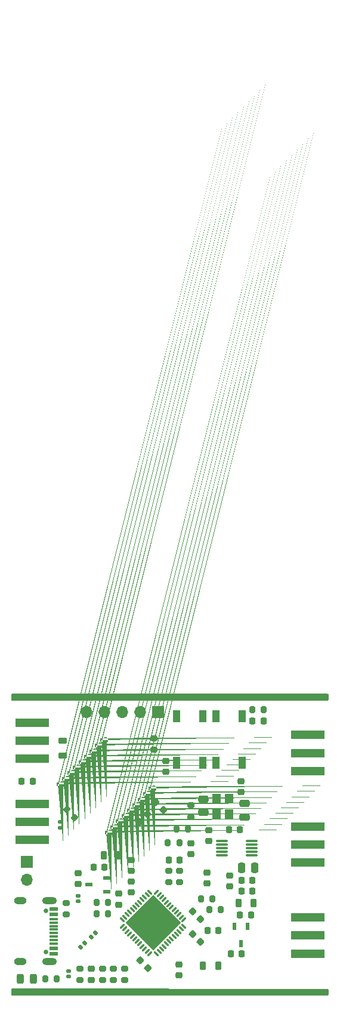
<source format=gbr>
%TF.GenerationSoftware,KiCad,Pcbnew,8.0.6*%
%TF.CreationDate,2024-11-09T22:42:30+08:00*%
%TF.ProjectId,usb_si5351_gpsdo,7573625f-7369-4353-9335-315f67707364,rev?*%
%TF.SameCoordinates,Original*%
%TF.FileFunction,Soldermask,Top*%
%TF.FilePolarity,Negative*%
%FSLAX46Y46*%
G04 Gerber Fmt 4.6, Leading zero omitted, Abs format (unit mm)*
G04 Created by KiCad (PCBNEW 8.0.6) date 2024-11-09 22:42:30*
%MOMM*%
%LPD*%
G01*
G04 APERTURE LIST*
G04 Aperture macros list*
%AMRoundRect*
0 Rectangle with rounded corners*
0 $1 Rounding radius*
0 $2 $3 $4 $5 $6 $7 $8 $9 X,Y pos of 4 corners*
0 Add a 4 corners polygon primitive as box body*
4,1,4,$2,$3,$4,$5,$6,$7,$8,$9,$2,$3,0*
0 Add four circle primitives for the rounded corners*
1,1,$1+$1,$2,$3*
1,1,$1+$1,$4,$5*
1,1,$1+$1,$6,$7*
1,1,$1+$1,$8,$9*
0 Add four rect primitives between the rounded corners*
20,1,$1+$1,$2,$3,$4,$5,0*
20,1,$1+$1,$4,$5,$6,$7,0*
20,1,$1+$1,$6,$7,$8,$9,0*
20,1,$1+$1,$8,$9,$2,$3,0*%
%AMRotRect*
0 Rectangle, with rotation*
0 The origin of the aperture is its center*
0 $1 length*
0 $2 width*
0 $3 Rotation angle, in degrees counterclockwise*
0 Add horizontal line*
21,1,$1,$2,0,0,$3*%
%AMFreePoly0*
4,1,119,0.522361,0.454721,0.531803,0.450001,0.570000,0.450000,0.585811,0.447435,0.608113,0.440000,0.620000,0.440000,0.635811,0.437434,0.665811,0.427434,0.672361,0.424721,0.712361,0.404721,0.725355,0.395355,0.739617,0.381093,0.752361,0.374721,0.765355,0.365355,0.779617,0.351093,0.792361,0.344721,0.805355,0.335355,0.845355,0.295355,0.854721,0.282360,0.861093,0.269617,
0.875355,0.255355,0.884721,0.242361,0.904721,0.202361,0.907434,0.195811,0.916310,0.169182,0.924721,0.152361,0.927434,0.145811,0.937434,0.115811,0.940000,0.100000,0.940000,0.068113,0.947434,0.045811,0.950000,0.030000,0.950000,-0.020001,0.947434,-0.035811,0.939999,-0.058113,0.940000,-0.090000,0.937434,-0.105811,0.927434,-0.135811,0.924721,-0.142361,0.916310,-0.159182,
0.907434,-0.185811,0.904721,-0.192361,0.884721,-0.232361,0.875355,-0.245355,0.861093,-0.259617,0.854721,-0.272361,0.845355,-0.285355,0.805355,-0.325355,0.792361,-0.334721,0.779617,-0.341093,0.765355,-0.355355,0.752361,-0.364721,0.739617,-0.371093,0.725355,-0.385356,0.712361,-0.394721,0.672361,-0.414721,0.665811,-0.417434,0.635811,-0.427434,0.620000,-0.430000,0.608113,-0.430000,
0.585810,-0.437434,0.570000,-0.440000,-0.580000,-0.440000,-0.602361,-0.434721,-0.611803,-0.430000,-0.630000,-0.430000,-0.652361,-0.424721,-0.712361,-0.394721,-0.717735,-0.391603,-0.745149,-0.373327,-0.762361,-0.364721,-0.775355,-0.355355,-0.789617,-0.341093,-0.802360,-0.334721,-0.824721,-0.312361,-0.831093,-0.299617,-0.865355,-0.265355,-0.874721,-0.252361,-0.904721,-0.192361,-0.907434,-0.185811,
-0.916310,-0.159182,-0.924721,-0.142361,-0.927434,-0.135811,-0.937434,-0.105811,-0.940000,-0.090000,-0.940000,-0.081803,-0.944722,-0.072361,-0.950000,-0.050000,-0.950000,0.060000,-0.944722,0.082361,-0.940000,0.091803,-0.940000,0.100000,-0.937434,0.115811,-0.927434,0.145811,-0.924721,0.152361,-0.916310,0.169182,-0.907434,0.195811,-0.904721,0.202361,-0.874721,0.262361,-0.865355,0.275355,
-0.831093,0.309617,-0.824721,0.322361,-0.802360,0.344721,-0.789617,0.351093,-0.775355,0.365355,-0.762361,0.374721,-0.745149,0.383327,-0.717735,0.401603,-0.712361,0.404721,-0.652361,0.434721,-0.630000,0.440000,-0.611803,0.440000,-0.602361,0.444721,-0.580000,0.450000,-0.538113,0.450000,-0.515811,0.457434,-0.500000,0.460001,0.500000,0.460001,0.522361,0.454721,0.522361,0.454721,
$1*%
G04 Aperture macros list end*
%ADD10RoundRect,0.200000X0.275000X-0.200000X0.275000X0.200000X-0.275000X0.200000X-0.275000X-0.200000X0*%
%ADD11RoundRect,0.225000X-0.225000X-0.250000X0.225000X-0.250000X0.225000X0.250000X-0.225000X0.250000X0*%
%ADD12RoundRect,0.225000X-0.335876X-0.017678X-0.017678X-0.335876X0.335876X0.017678X0.017678X0.335876X0*%
%ADD13RoundRect,0.218750X0.218750X0.381250X-0.218750X0.381250X-0.218750X-0.381250X0.218750X-0.381250X0*%
%ADD14RoundRect,0.225000X0.017678X-0.335876X0.335876X-0.017678X-0.017678X0.335876X-0.335876X0.017678X0*%
%ADD15RoundRect,0.250000X-0.250000X-0.475000X0.250000X-0.475000X0.250000X0.475000X-0.250000X0.475000X0*%
%ADD16RoundRect,0.218750X0.381250X-0.218750X0.381250X0.218750X-0.381250X0.218750X-0.381250X-0.218750X0*%
%ADD17R,1.200000X1.400000*%
%ADD18RoundRect,0.225000X0.250000X-0.225000X0.250000X0.225000X-0.250000X0.225000X-0.250000X-0.225000X0*%
%ADD19R,4.800000X1.200000*%
%ADD20RoundRect,0.125000X-0.225000X0.125000X-0.225000X-0.125000X0.225000X-0.125000X0.225000X0.125000X0*%
%ADD21RoundRect,0.200000X-0.275000X0.200000X-0.275000X-0.200000X0.275000X-0.200000X0.275000X0.200000X0*%
%ADD22C,0.650000*%
%ADD23R,1.150000X0.600000*%
%ADD24R,1.150000X0.300000*%
%ADD25O,2.100000X1.000000*%
%ADD26O,1.800000X1.000000*%
%ADD27RoundRect,0.225000X-0.250000X0.225000X-0.250000X-0.225000X0.250000X-0.225000X0.250000X0.225000X0*%
%ADD28FreePoly0,135.000000*%
%ADD29RoundRect,0.200000X0.200000X0.275000X-0.200000X0.275000X-0.200000X-0.275000X0.200000X-0.275000X0*%
%ADD30R,1.000000X1.700000*%
%ADD31RoundRect,0.250000X0.475000X-0.250000X0.475000X0.250000X-0.475000X0.250000X-0.475000X-0.250000X0*%
%ADD32RoundRect,0.218750X-0.218750X-0.256250X0.218750X-0.256250X0.218750X0.256250X-0.218750X0.256250X0*%
%ADD33R,0.600000X1.070000*%
%ADD34RoundRect,0.200000X-0.200000X-0.275000X0.200000X-0.275000X0.200000X0.275000X-0.200000X0.275000X0*%
%ADD35RoundRect,0.225000X0.225000X0.250000X-0.225000X0.250000X-0.225000X-0.250000X0.225000X-0.250000X0*%
%ADD36R,1.700000X1.700000*%
%ADD37O,1.700000X1.700000*%
%ADD38RoundRect,0.125000X-0.070711X0.247487X-0.247487X0.070711X0.070711X-0.247487X0.247487X-0.070711X0*%
%ADD39RoundRect,0.200000X-0.335876X-0.053033X-0.053033X-0.335876X0.335876X0.053033X0.053033X0.335876X0*%
%ADD40RoundRect,0.125000X0.070711X-0.247487X0.247487X-0.070711X-0.070711X0.247487X-0.247487X0.070711X0*%
%ADD41RoundRect,0.062500X0.220971X0.309359X-0.309359X-0.220971X-0.220971X-0.309359X0.309359X0.220971X0*%
%ADD42RoundRect,0.062500X-0.220971X0.309359X-0.309359X0.220971X0.220971X-0.309359X0.309359X-0.220971X0*%
%ADD43RotRect,5.600000X5.600000X225.000000*%
%ADD44RoundRect,0.087500X-0.725000X-0.087500X0.725000X-0.087500X0.725000X0.087500X-0.725000X0.087500X0*%
%ADD45R,1.070000X0.600000*%
%ADD46RoundRect,0.243750X-0.243750X-0.456250X0.243750X-0.456250X0.243750X0.456250X-0.243750X0.456250X0*%
%ADD47RoundRect,0.250000X-0.475000X0.250000X-0.475000X-0.250000X0.475000X-0.250000X0.475000X0.250000X0*%
G04 APERTURE END LIST*
D10*
%TO.C,R17*%
X156075000Y-120225000D03*
X156075000Y-118575000D03*
%TD*%
D11*
%TO.C,C27*%
X167800000Y-113200000D03*
X169350000Y-113200000D03*
%TD*%
D12*
%TO.C,C9*%
X165701992Y-110451992D03*
X166798008Y-111548008D03*
%TD*%
D13*
%TO.C,FB3*%
X169325000Y-118200000D03*
X167200000Y-118200000D03*
%TD*%
D14*
%TO.C,C12*%
X158151992Y-97748008D03*
X159248008Y-96651992D03*
%TD*%
D15*
%TO.C,C23*%
X172650000Y-104300000D03*
X174550000Y-104300000D03*
%TD*%
D16*
%TO.C,L1*%
X147250000Y-88362500D03*
X147250000Y-86237500D03*
%TD*%
D11*
%TO.C,C15*%
X170850000Y-98900000D03*
X172400000Y-98900000D03*
%TD*%
D10*
%TO.C,R7*%
X162300000Y-106325000D03*
X162300000Y-104675000D03*
%TD*%
D17*
%TO.C,X1*%
X169120000Y-94500000D03*
X169120000Y-96700000D03*
X170880000Y-96700000D03*
X170880000Y-94500000D03*
%TD*%
D18*
%TO.C,C8*%
X157000000Y-107775000D03*
X157000000Y-106225000D03*
%TD*%
D19*
%TO.C,J8*%
X142912500Y-97800000D03*
X142912500Y-100350000D03*
X142912500Y-95250000D03*
%TD*%
D18*
%TO.C,C3*%
X149500000Y-106600000D03*
X149500000Y-105050000D03*
%TD*%
D10*
%TO.C,R18*%
X163850000Y-106325000D03*
X163850000Y-104675000D03*
%TD*%
D20*
%TO.C,D3*%
X149500000Y-108250000D03*
X149500000Y-109050000D03*
%TD*%
D18*
%TO.C,C6*%
X157000000Y-104750000D03*
X157000000Y-103200000D03*
%TD*%
D21*
%TO.C,R13*%
X152900000Y-118575000D03*
X152900000Y-120225000D03*
%TD*%
D12*
%TO.C,C10*%
X165701992Y-113701992D03*
X166798008Y-114798008D03*
%TD*%
D10*
%TO.C,R10*%
X165500000Y-97075000D03*
X165500000Y-95425000D03*
%TD*%
D22*
%TO.C,J5*%
X144885000Y-110410000D03*
X144885000Y-116190000D03*
D23*
X145955000Y-110100000D03*
X145955000Y-110900000D03*
D24*
X145955000Y-112050000D03*
X145955000Y-113050000D03*
X145955000Y-113550000D03*
X145955000Y-111550000D03*
D23*
X145955000Y-116500000D03*
X145955000Y-115700000D03*
D24*
X145955000Y-115050000D03*
X145955000Y-114050000D03*
X145955000Y-112550000D03*
X145955000Y-114550000D03*
D25*
X145385000Y-108980000D03*
D26*
X141235000Y-108980000D03*
D25*
X145385000Y-117620000D03*
D26*
X141235000Y-117620000D03*
%TD*%
D11*
%TO.C,C28*%
X172650000Y-106093333D03*
X174200000Y-106093333D03*
%TD*%
%TO.C,C14*%
X172450000Y-111000000D03*
X174000000Y-111000000D03*
%TD*%
D27*
%TO.C,C21*%
X165500000Y-100825000D03*
X165500000Y-102375000D03*
%TD*%
D10*
%TO.C,R2*%
X149700000Y-120225000D03*
X149700000Y-118575000D03*
%TD*%
D28*
%TO.C,CN1*%
X153442031Y-99275841D03*
X154219849Y-98498023D03*
X154997666Y-97720206D03*
X155775483Y-96942388D03*
X156553301Y-96164571D03*
X157331118Y-95386753D03*
X158108936Y-94608936D03*
X158886753Y-93831119D03*
X159664571Y-93053301D03*
X152805635Y-86194365D03*
X152027817Y-86972183D03*
X151250000Y-87750000D03*
X150472183Y-88527818D03*
X149694365Y-89305635D03*
X148916548Y-90083453D03*
X148138730Y-90861270D03*
X147360913Y-91639087D03*
X146583095Y-92416905D03*
%TD*%
D29*
%TO.C,R6*%
X169725000Y-110200000D03*
X168075000Y-110200000D03*
%TD*%
D19*
%TO.C,J2*%
X182087500Y-88000000D03*
X182087500Y-85450000D03*
X182087500Y-90550000D03*
%TD*%
D10*
%TO.C,R14*%
X154500000Y-120225000D03*
X154500000Y-118575000D03*
%TD*%
D30*
%TO.C,SW2*%
X172750000Y-82800000D03*
X172750000Y-89400000D03*
X169050000Y-82800000D03*
X169050000Y-89400000D03*
%TD*%
D31*
%TO.C,C24*%
X173071306Y-97079884D03*
X173071306Y-95179884D03*
%TD*%
D32*
%TO.C,D7*%
X141425000Y-92000000D03*
X143000000Y-92000000D03*
%TD*%
D33*
%TO.C,U4*%
X173550000Y-112560000D03*
X171650000Y-112560000D03*
X172600000Y-115040000D03*
%TD*%
D34*
%TO.C,R4*%
X174175000Y-81899000D03*
X175825000Y-81899000D03*
%TD*%
D27*
%TO.C,C29*%
X171000000Y-105400000D03*
X171000000Y-106950000D03*
%TD*%
D35*
%TO.C,C5*%
X153200000Y-104200000D03*
X151650000Y-104200000D03*
%TD*%
D27*
%TO.C,C2*%
X151300000Y-118625000D03*
X151300000Y-120175000D03*
%TD*%
%TO.C,C25*%
X161900000Y-89125000D03*
X161900000Y-90675000D03*
%TD*%
D19*
%TO.C,J1*%
X142912500Y-86250000D03*
X142912500Y-88800000D03*
X142912500Y-83700000D03*
%TD*%
D12*
%TO.C,C13*%
X160500000Y-95000000D03*
X161596016Y-96096016D03*
%TD*%
D13*
%TO.C,FB2*%
X174356867Y-109300000D03*
X172231867Y-109300000D03*
%TD*%
D36*
%TO.C,J7*%
X160800000Y-82200000D03*
D37*
X158260000Y-82200000D03*
X155720000Y-82200000D03*
X153180000Y-82200000D03*
X150640000Y-82200000D03*
%TD*%
D11*
%TO.C,C26*%
X174225000Y-83500000D03*
X175775000Y-83500000D03*
%TD*%
D21*
%TO.C,R1*%
X147800000Y-109275000D03*
X147800000Y-110925000D03*
%TD*%
D11*
%TO.C,C16*%
X172625000Y-107636666D03*
X174175000Y-107636666D03*
%TD*%
D34*
%TO.C,R12*%
X152075000Y-110800000D03*
X153725000Y-110800000D03*
%TD*%
D27*
%TO.C,C17*%
X172600000Y-92025000D03*
X172600000Y-93575000D03*
%TD*%
D36*
%TO.C,J6*%
X142200000Y-103425000D03*
D37*
X142200000Y-105965000D03*
%TD*%
D18*
%TO.C,C7*%
X155250000Y-109525000D03*
X155250000Y-107975000D03*
%TD*%
D34*
%TO.C,R11*%
X152050000Y-109200000D03*
X153700000Y-109200000D03*
%TD*%
D18*
%TO.C,C19*%
X167750000Y-106525000D03*
X167750000Y-104975000D03*
%TD*%
D12*
%TO.C,C11*%
X158251992Y-117451992D03*
X159348008Y-118548008D03*
%TD*%
D20*
%TO.C,D4*%
X148100000Y-118900000D03*
X148100000Y-119700000D03*
%TD*%
D38*
%TO.C,D1*%
X150400000Y-115000000D03*
X149834314Y-115565686D03*
%TD*%
D19*
%TO.C,J4*%
X182087500Y-113900000D03*
X182087500Y-111350000D03*
X182087500Y-116450000D03*
%TD*%
D21*
%TO.C,R3*%
X160200000Y-85900000D03*
X160200000Y-87550000D03*
%TD*%
D20*
%TO.C,D5*%
X146900000Y-97800000D03*
X146900000Y-98600000D03*
%TD*%
D11*
%TO.C,C20*%
X162325000Y-103200000D03*
X163875000Y-103200000D03*
%TD*%
D39*
%TO.C,R16*%
X147816637Y-96016637D03*
X148983363Y-97183363D03*
%TD*%
D35*
%TO.C,C4*%
X172700000Y-116500000D03*
X171150000Y-116500000D03*
%TD*%
D34*
%TO.C,R8*%
X162175000Y-100750000D03*
X163825000Y-100750000D03*
%TD*%
D40*
%TO.C,D2*%
X151317157Y-114100000D03*
X151882843Y-113534314D03*
%TD*%
D19*
%TO.C,J3*%
X182087500Y-101000000D03*
X182087500Y-98450000D03*
X182087500Y-103550000D03*
%TD*%
D41*
%TO.C,U1*%
X164474874Y-111639087D03*
X164121321Y-111285534D03*
X163767767Y-110931980D03*
X163414214Y-110578427D03*
X163060661Y-110224874D03*
X162707107Y-109871320D03*
X162353554Y-109517767D03*
X162000000Y-109164213D03*
X161646447Y-108810660D03*
X161292894Y-108457107D03*
X160939340Y-108103553D03*
X160585787Y-107750000D03*
D42*
X159613515Y-107750000D03*
X159259962Y-108103553D03*
X158906408Y-108457107D03*
X158552855Y-108810660D03*
X158199302Y-109164213D03*
X157845748Y-109517767D03*
X157492195Y-109871320D03*
X157138641Y-110224874D03*
X156785088Y-110578427D03*
X156431535Y-110931980D03*
X156077981Y-111285534D03*
X155724428Y-111639087D03*
D41*
X155724428Y-112611359D03*
X156077981Y-112964912D03*
X156431535Y-113318466D03*
X156785088Y-113672019D03*
X157138641Y-114025572D03*
X157492195Y-114379126D03*
X157845748Y-114732679D03*
X158199302Y-115086233D03*
X158552855Y-115439786D03*
X158906408Y-115793339D03*
X159259962Y-116146893D03*
X159613515Y-116500446D03*
D42*
X160585787Y-116500446D03*
X160939340Y-116146893D03*
X161292894Y-115793339D03*
X161646447Y-115439786D03*
X162000000Y-115086233D03*
X162353554Y-114732679D03*
X162707107Y-114379126D03*
X163060661Y-114025572D03*
X163414214Y-113672019D03*
X163767767Y-113318466D03*
X164121321Y-112964912D03*
X164474874Y-112611359D03*
D43*
X160099651Y-112125223D03*
%TD*%
D44*
%TO.C,U2*%
X169887500Y-100500000D03*
X169887500Y-101000000D03*
X169887500Y-101500000D03*
X169887500Y-102000000D03*
X169887500Y-102500000D03*
X174112500Y-102500000D03*
X174112500Y-102000000D03*
X174112500Y-101500000D03*
X174112500Y-101000000D03*
X174112500Y-100500000D03*
%TD*%
D34*
%TO.C,R15*%
X144775000Y-120000000D03*
X146425000Y-120000000D03*
%TD*%
D45*
%TO.C,U3*%
X153490000Y-107650000D03*
X153490000Y-105750000D03*
X151010000Y-106700000D03*
%TD*%
D30*
%TO.C,SW1*%
X163450000Y-89400000D03*
X163450000Y-82800000D03*
X167150000Y-89400000D03*
X167150000Y-82800000D03*
%TD*%
D18*
%TO.C,C1*%
X163750000Y-119525000D03*
X163750000Y-117975000D03*
%TD*%
D34*
%TO.C,R9*%
X163425000Y-98750000D03*
X165075000Y-98750000D03*
%TD*%
D13*
%TO.C,FB1*%
X155262500Y-102500000D03*
X153137500Y-102500000D03*
%TD*%
D46*
%TO.C,D6*%
X141275000Y-120000000D03*
X143150000Y-120000000D03*
%TD*%
D29*
%TO.C,R5*%
X168525000Y-108700000D03*
X166875000Y-108700000D03*
%TD*%
D47*
%TO.C,C22*%
X167250000Y-94550000D03*
X167250000Y-96450000D03*
%TD*%
D27*
%TO.C,C18*%
X168000000Y-98975000D03*
X168000000Y-100525000D03*
%TD*%
G36*
X184943039Y-79619685D02*
G01*
X184988794Y-79672489D01*
X185000000Y-79724000D01*
X185000000Y-80476000D01*
X184980315Y-80543039D01*
X184927511Y-80588794D01*
X184876000Y-80600000D01*
X140124000Y-80600000D01*
X140056961Y-80580315D01*
X140011206Y-80527511D01*
X140000000Y-80476000D01*
X140000000Y-79724000D01*
X140019685Y-79656961D01*
X140072489Y-79611206D01*
X140124000Y-79600000D01*
X184876000Y-79600000D01*
X184943039Y-79619685D01*
G37*
G36*
X184876267Y-121497152D02*
G01*
X184943264Y-121516981D01*
X184988905Y-121569883D01*
X185000000Y-121621152D01*
X185000000Y-122276000D01*
X184980315Y-122343039D01*
X184927511Y-122388794D01*
X184876000Y-122400000D01*
X140124000Y-122400000D01*
X140056961Y-122380315D01*
X140011206Y-122327511D01*
X140000000Y-122276000D01*
X140000000Y-121524912D01*
X140019685Y-121457873D01*
X140072489Y-121412118D01*
X140124267Y-121400912D01*
X184876267Y-121497152D01*
G37*
M02*

</source>
